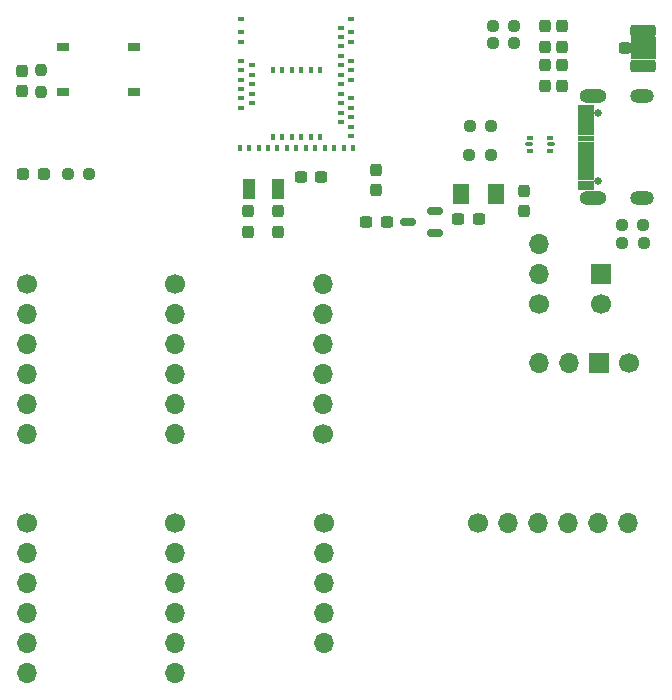
<source format=gts>
G04 #@! TF.GenerationSoftware,KiCad,Pcbnew,8.0.3*
G04 #@! TF.CreationDate,2024-08-20T17:09:34+02:00*
G04 #@! TF.ProjectId,MDBT50Q-breakout,4d444254-3530-4512-9d62-7265616b6f75,rev?*
G04 #@! TF.SameCoordinates,Original*
G04 #@! TF.FileFunction,Soldermask,Top*
G04 #@! TF.FilePolarity,Negative*
%FSLAX46Y46*%
G04 Gerber Fmt 4.6, Leading zero omitted, Abs format (unit mm)*
G04 Created by KiCad (PCBNEW 8.0.3) date 2024-08-20 17:09:34*
%MOMM*%
%LPD*%
G01*
G04 APERTURE LIST*
G04 Aperture macros list*
%AMRoundRect*
0 Rectangle with rounded corners*
0 $1 Rounding radius*
0 $2 $3 $4 $5 $6 $7 $8 $9 X,Y pos of 4 corners*
0 Add a 4 corners polygon primitive as box body*
4,1,4,$2,$3,$4,$5,$6,$7,$8,$9,$2,$3,0*
0 Add four circle primitives for the rounded corners*
1,1,$1+$1,$2,$3*
1,1,$1+$1,$4,$5*
1,1,$1+$1,$6,$7*
1,1,$1+$1,$8,$9*
0 Add four rect primitives between the rounded corners*
20,1,$1+$1,$2,$3,$4,$5,0*
20,1,$1+$1,$4,$5,$6,$7,0*
20,1,$1+$1,$6,$7,$8,$9,0*
20,1,$1+$1,$8,$9,$2,$3,0*%
G04 Aperture macros list end*
%ADD10C,0.010000*%
%ADD11RoundRect,0.237500X0.250000X0.237500X-0.250000X0.237500X-0.250000X-0.237500X0.250000X-0.237500X0*%
%ADD12C,0.650000*%
%ADD13O,2.304000X1.204000*%
%ADD14O,2.004000X1.204000*%
%ADD15RoundRect,0.237500X0.237500X-0.300000X0.237500X0.300000X-0.237500X0.300000X-0.237500X-0.300000X0*%
%ADD16RoundRect,0.237500X-0.250000X-0.237500X0.250000X-0.237500X0.250000X0.237500X-0.250000X0.237500X0*%
%ADD17C,1.700000*%
%ADD18O,1.700000X1.700000*%
%ADD19RoundRect,0.237500X-0.237500X0.250000X-0.237500X-0.250000X0.237500X-0.250000X0.237500X0.250000X0*%
%ADD20RoundRect,0.237500X-0.287500X-0.237500X0.287500X-0.237500X0.287500X0.237500X-0.287500X0.237500X0*%
%ADD21RoundRect,0.237500X-0.300000X-0.237500X0.300000X-0.237500X0.300000X0.237500X-0.300000X0.237500X0*%
%ADD22RoundRect,0.237500X-0.237500X0.300000X-0.237500X-0.300000X0.237500X-0.300000X0.237500X0.300000X0*%
%ADD23R,1.700000X1.700000*%
%ADD24RoundRect,0.250000X-0.275000X-0.250000X0.275000X-0.250000X0.275000X0.250000X-0.275000X0.250000X0*%
%ADD25RoundRect,0.250000X-0.850000X-0.275000X0.850000X-0.275000X0.850000X0.275000X-0.850000X0.275000X0*%
%ADD26R,1.000000X1.800000*%
%ADD27R,0.600000X0.400000*%
%ADD28R,0.400000X0.600000*%
%ADD29RoundRect,0.093750X0.156250X0.093750X-0.156250X0.093750X-0.156250X-0.093750X0.156250X-0.093750X0*%
%ADD30RoundRect,0.075000X0.250000X0.075000X-0.250000X0.075000X-0.250000X-0.075000X0.250000X-0.075000X0*%
%ADD31RoundRect,0.237500X0.300000X0.237500X-0.300000X0.237500X-0.300000X-0.237500X0.300000X-0.237500X0*%
%ADD32R,1.000000X0.750000*%
%ADD33RoundRect,0.150000X0.512500X0.150000X-0.512500X0.150000X-0.512500X-0.150000X0.512500X-0.150000X0*%
%ADD34RoundRect,0.250001X0.462499X0.624999X-0.462499X0.624999X-0.462499X-0.624999X0.462499X-0.624999X0*%
G04 APERTURE END LIST*
D10*
X105845000Y-98250000D02*
X104595000Y-98250000D01*
X104595000Y-97550000D01*
X105845000Y-97550000D01*
X105845000Y-98250000D01*
G36*
X105845000Y-98250000D02*
G01*
X104595000Y-98250000D01*
X104595000Y-97550000D01*
X105845000Y-97550000D01*
X105845000Y-98250000D01*
G37*
X105845000Y-99050000D02*
X104595000Y-99050000D01*
X104595000Y-98350000D01*
X105845000Y-98350000D01*
X105845000Y-99050000D01*
G36*
X105845000Y-99050000D02*
G01*
X104595000Y-99050000D01*
X104595000Y-98350000D01*
X105845000Y-98350000D01*
X105845000Y-99050000D01*
G37*
X105845000Y-99550000D02*
X104595000Y-99550000D01*
X104595000Y-99150000D01*
X105845000Y-99150000D01*
X105845000Y-99550000D01*
G36*
X105845000Y-99550000D02*
G01*
X104595000Y-99550000D01*
X104595000Y-99150000D01*
X105845000Y-99150000D01*
X105845000Y-99550000D01*
G37*
X105845000Y-100050000D02*
X104595000Y-100050000D01*
X104595000Y-99650000D01*
X105845000Y-99650000D01*
X105845000Y-100050000D01*
G36*
X105845000Y-100050000D02*
G01*
X104595000Y-100050000D01*
X104595000Y-99650000D01*
X105845000Y-99650000D01*
X105845000Y-100050000D01*
G37*
X105845000Y-100550000D02*
X104595000Y-100550000D01*
X104595000Y-100150000D01*
X105845000Y-100150000D01*
X105845000Y-100550000D01*
G36*
X105845000Y-100550000D02*
G01*
X104595000Y-100550000D01*
X104595000Y-100150000D01*
X105845000Y-100150000D01*
X105845000Y-100550000D01*
G37*
X105845000Y-101050000D02*
X104595000Y-101050000D01*
X104595000Y-100650000D01*
X105845000Y-100650000D01*
X105845000Y-101050000D01*
G36*
X105845000Y-101050000D02*
G01*
X104595000Y-101050000D01*
X104595000Y-100650000D01*
X105845000Y-100650000D01*
X105845000Y-101050000D01*
G37*
X105845000Y-101550000D02*
X104595000Y-101550000D01*
X104595000Y-101150000D01*
X105845000Y-101150000D01*
X105845000Y-101550000D01*
G36*
X105845000Y-101550000D02*
G01*
X104595000Y-101550000D01*
X104595000Y-101150000D01*
X105845000Y-101150000D01*
X105845000Y-101550000D01*
G37*
X105845000Y-102050000D02*
X104595000Y-102050000D01*
X104595000Y-101650000D01*
X105845000Y-101650000D01*
X105845000Y-102050000D01*
G36*
X105845000Y-102050000D02*
G01*
X104595000Y-102050000D01*
X104595000Y-101650000D01*
X105845000Y-101650000D01*
X105845000Y-102050000D01*
G37*
X105845000Y-102550000D02*
X104595000Y-102550000D01*
X104595000Y-102150000D01*
X105845000Y-102150000D01*
X105845000Y-102550000D01*
G36*
X105845000Y-102550000D02*
G01*
X104595000Y-102550000D01*
X104595000Y-102150000D01*
X105845000Y-102150000D01*
X105845000Y-102550000D01*
G37*
X105845000Y-103050000D02*
X104595000Y-103050000D01*
X104595000Y-102650000D01*
X105845000Y-102650000D01*
X105845000Y-103050000D01*
G36*
X105845000Y-103050000D02*
G01*
X104595000Y-103050000D01*
X104595000Y-102650000D01*
X105845000Y-102650000D01*
X105845000Y-103050000D01*
G37*
X105845000Y-103850000D02*
X104595000Y-103850000D01*
X104595000Y-103150000D01*
X105845000Y-103150000D01*
X105845000Y-103850000D01*
G36*
X105845000Y-103850000D02*
G01*
X104595000Y-103850000D01*
X104595000Y-103150000D01*
X105845000Y-103150000D01*
X105845000Y-103850000D01*
G37*
X105845000Y-104650000D02*
X104595000Y-104650000D01*
X104595000Y-103950000D01*
X105845000Y-103950000D01*
X105845000Y-104650000D01*
G36*
X105845000Y-104650000D02*
G01*
X104595000Y-104650000D01*
X104595000Y-103950000D01*
X105845000Y-103950000D01*
X105845000Y-104650000D01*
G37*
G36*
X109085000Y-91810000D02*
G01*
X111175000Y-91810000D01*
X111175000Y-93690000D01*
X109085000Y-93690000D01*
X109085000Y-91810000D01*
G37*
D11*
X97200000Y-101800000D03*
X95375000Y-101800000D03*
D12*
X106295000Y-103990000D03*
X106295000Y-98210000D03*
D13*
X105795000Y-105420000D03*
X105795000Y-96780000D03*
D14*
X109975000Y-105420000D03*
X109975000Y-96780000D03*
D15*
X100000000Y-106525000D03*
X100000000Y-104800000D03*
X101800000Y-95925000D03*
X101800000Y-94200000D03*
D16*
X97350000Y-90860000D03*
X99175000Y-90860000D03*
D17*
X83015000Y-125415000D03*
D18*
X83015000Y-122875000D03*
X83015000Y-120335000D03*
X83015000Y-117795000D03*
X83015000Y-115255000D03*
X83015000Y-112715000D03*
D11*
X99162500Y-92325000D03*
X97337500Y-92325000D03*
D17*
X70470000Y-132970000D03*
D18*
X70470000Y-135510000D03*
X70470000Y-138050000D03*
X70470000Y-140590000D03*
X70470000Y-143130000D03*
X70470000Y-145670000D03*
D16*
X108275000Y-107750000D03*
X110100000Y-107750000D03*
D19*
X59060000Y-94596053D03*
X59060000Y-96421053D03*
D20*
X57602500Y-103400000D03*
X59352500Y-103400000D03*
D21*
X94437500Y-107200000D03*
X96162500Y-107200000D03*
D22*
X79200000Y-106550000D03*
X79200000Y-108275000D03*
D11*
X63202500Y-103390000D03*
X61377500Y-103390000D03*
D17*
X106500000Y-114410000D03*
D23*
X106500000Y-111870000D03*
D11*
X97212500Y-99350000D03*
X95387500Y-99350000D03*
D22*
X101800000Y-90900000D03*
X101800000Y-92625000D03*
D17*
X57900000Y-132970000D03*
D18*
X57900000Y-135510000D03*
X57900000Y-138050000D03*
X57900000Y-140590000D03*
X57900000Y-143130000D03*
X57900000Y-145670000D03*
D17*
X101300000Y-114375000D03*
D18*
X101300000Y-111835000D03*
X101300000Y-109295000D03*
D22*
X103250000Y-90900000D03*
X103250000Y-92625000D03*
D24*
X108550000Y-92750000D03*
D25*
X110075000Y-91275000D03*
X110075000Y-94225000D03*
D17*
X83080000Y-132980000D03*
D18*
X83080000Y-135520000D03*
X83080000Y-138060000D03*
X83080000Y-140600000D03*
X83080000Y-143140000D03*
D26*
X79175000Y-104625000D03*
X76675000Y-104625000D03*
D27*
X76072500Y-90300000D03*
X76072500Y-91400000D03*
X76072500Y-92200000D03*
X76072500Y-93800000D03*
X76972500Y-94200000D03*
X76072500Y-94600000D03*
X76972500Y-95000000D03*
X76072500Y-95400000D03*
X76972500Y-95800000D03*
X76072500Y-96200000D03*
X76972500Y-96600000D03*
X76072500Y-97000000D03*
X76972500Y-97400000D03*
X76072500Y-97800000D03*
D28*
X75922500Y-101200000D03*
X76722500Y-101200000D03*
X77522500Y-101200000D03*
X78322500Y-101200000D03*
X78722500Y-100300000D03*
X79122500Y-101200000D03*
X79522500Y-100300000D03*
X79922500Y-101200000D03*
X80322500Y-100300000D03*
X80722500Y-101200000D03*
X81122500Y-100300000D03*
X81522500Y-101200000D03*
X81922500Y-100300000D03*
X82322500Y-101200000D03*
X82722500Y-100300000D03*
X83122500Y-101200000D03*
X83922500Y-101200000D03*
X84722500Y-101200000D03*
X85522500Y-101200000D03*
D27*
X85372500Y-100200000D03*
X85372500Y-99400000D03*
X84472500Y-99000000D03*
X85372500Y-98600000D03*
X84472500Y-98200000D03*
X85372500Y-97800000D03*
X84472500Y-97400000D03*
X85372500Y-97000000D03*
X84472500Y-96600000D03*
X84472500Y-95800000D03*
X85372500Y-95400000D03*
X84472500Y-95000000D03*
X85372500Y-94600000D03*
X84472500Y-94200000D03*
X85372500Y-93800000D03*
X84472500Y-93400000D03*
X84472500Y-92600000D03*
X85372500Y-92200000D03*
X84472500Y-91800000D03*
X85372500Y-91400000D03*
X84472500Y-91000000D03*
X85372500Y-90300000D03*
D28*
X78722500Y-94600000D03*
X79522500Y-94600000D03*
X80322500Y-94600000D03*
X81122500Y-94600000D03*
X81922500Y-94600000D03*
X82722500Y-94600000D03*
D17*
X57910000Y-112740000D03*
D18*
X57910000Y-115280000D03*
X57910000Y-117820000D03*
X57910000Y-120360000D03*
X57910000Y-122900000D03*
X57910000Y-125440000D03*
D17*
X70470000Y-112727500D03*
D18*
X70470000Y-115267500D03*
X70470000Y-117807500D03*
X70470000Y-120347500D03*
X70470000Y-122887500D03*
X70470000Y-125427500D03*
D29*
X102200000Y-100350000D03*
D30*
X102275000Y-100887500D03*
D29*
X102200000Y-101425000D03*
X100500000Y-101425000D03*
D30*
X100425000Y-100887500D03*
D29*
X100500000Y-100350000D03*
D15*
X87500000Y-104775000D03*
X87500000Y-103050000D03*
D31*
X88362500Y-107450000D03*
X86637500Y-107450000D03*
D17*
X96140000Y-132975000D03*
D18*
X98680000Y-132975000D03*
X101220000Y-132975000D03*
X103760000Y-132975000D03*
X106300000Y-132975000D03*
X108840000Y-132975000D03*
D32*
X66935000Y-96433553D03*
X60935000Y-96433553D03*
X66935000Y-92683553D03*
X60935000Y-92683553D03*
D15*
X103250000Y-95925000D03*
X103250000Y-94200000D03*
D31*
X82800000Y-103675000D03*
X81075000Y-103675000D03*
D33*
X92475000Y-108400000D03*
X92475000Y-106500000D03*
X90200000Y-107450000D03*
D11*
X110112500Y-109275000D03*
X108287500Y-109275000D03*
D15*
X57460000Y-96371053D03*
X57460000Y-94646053D03*
D34*
X97600000Y-105125000D03*
X94625000Y-105125000D03*
D17*
X108850000Y-119400000D03*
D23*
X106310000Y-119400000D03*
D18*
X103770000Y-119400000D03*
X101230000Y-119400000D03*
D22*
X76650000Y-106550000D03*
X76650000Y-108275000D03*
M02*

</source>
